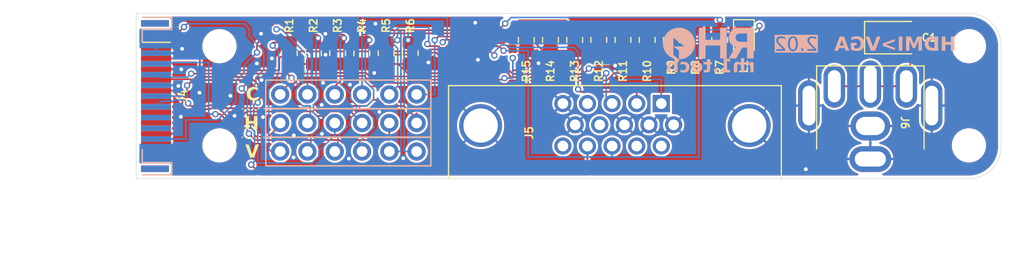
<source format=kicad_pcb>
(kicad_pcb (version 20241229) (generator "pcbnew") (generator_version "9.0")
  (title_block (title "HDMI to VGA Passive Adapter") (date "2025-04-01") (rev "2.02") (company "Mikhail Matveev") (comment 1 "https://github.com/xtremespb/frank"))
  (layers (0 "F.Cu" signal) (2 "B.Cu" signal) (13 "F.Paste" user) (15 "B.Paste" user) (5 "F.SilkS" user "F.Silkscreen") (7 "B.SilkS" user "B.Silkscreen") (1 "F.Mask" user) (3 "B.Mask" user) (25 "Edge.Cuts" user))
  (net 0 "")
  (net 1 "GND")
  (net 2 "/HDMI/CLKP")
  (net 3 "/HDMI/D0P")
  (net 4 "/HDMI/D1P")
  (net 5 "/HDMI/VBUS")
  (net 6 "/HDMI/D0N")
  (net 7 "/HDMI/CLKN")
  (net 8 "/HDMI/D2P")
  (net 9 "/HDMI/D1N")
  (net 10 "/VGA/VGA_BH")
  (net 11 "/VGA/VGA_GH")
  (net 12 "/VGA/VGA_RH")
  (net 23 "Net-(L1-A)")
  (net 24 "/Soft Composite/CVBS")
  (net 25 "Net-(C1-Pad1)")
  (net 26 "Net-(J2-Pin_2)")
  (net 27 "Net-(J2-Pin_4)")
  (net 28 "Net-(J2-Pin_3)")
  (net 29 "Net-(J2-Pin_5)")
  (net 30 "Net-(J2-Pin_1)")
  (net 31 "Net-(J2-Pin_6)")
  (net 32 "/HDMI/D2N")
  (net 33 "/Soft Composite/CLKP")
  (net 34 "/Soft Composite/CLKN")
  (net 35 "/Soft Composite/D1N")
  (net 36 "/Soft Composite/D1P")
  (net 37 "/Soft Composite/D0N")
  (net 38 "/Soft Composite/D0P")
  (footprint "FRANK:Mounting Hole (2.7mm)" (layer "F.Cu") (at 215.75 61.25)
    (property "Reference" "H3" (hide yes))
    (property "Value" "MountingHole")
  )
  (footprint "FRANK:Resistor (0805)" (layer "F.Cu") (at 190.305 60.665 -90)
    (property "Reference" "R8")
    (property "Value" "510R")
  )
  (footprint "FRANK:Resistor (0805)" (layer "F.Cu") (at 185.805 60.665 -90)
    (property "Reference" "R10")
    (property "Value" "150R")
  )
  (footprint "FRANK:Resistor (0805)" (layer "F.Cu") (at 152.5 61.91 -90)
    (property "Reference" "R1")
    (property "Value" "820R")
  )
  (footprint "FRANK:D-SUB (15 pin, female)" (layer "F.Cu") (at 187.12 66.6)
    (property "Reference" "J5")
    (property "Value" "VGA")
  )
  (footprint "FRANK:Resistor (0805)" (layer "F.Cu") (at 183.555 60.665 90)
    (property "Reference" "R11")
    (property "Value" "150R")
  )
  (footprint "FRANK:Resistor (0805)" (layer "F.Cu") (at 181.305 60.665 -90)
    (property "Reference" "R12")
    (property "Value" "150R")
  )
  (footprint "FRANK:Resistor (0805)" (layer "F.Cu") (at 174.555 60.665 90)
    (property "Reference" "R15")
    (property "Value" "300R")
  )
  (footprint "FRANK:LED (0805)" (layer "F.Cu") (at 194.805 60.64 -90)
    (property "Reference" "L1")
    (property "Value" "HDMI LED")
  )
  (footprint "FRANK:Resistor (0805)" (layer "F.Cu") (at 154.75 61.91 -90)
    (property "Reference" "R2")
    (property "Value" "0R")
  )
  (footprint "FRANK:HDMI (male)" (layer "F.Cu") (at 140.1 65.9 -90)
    (property "Reference" "J4")
    (property "Value" "HDMI" (hide yes))
  )
  (footprint "FRANK:Resistor (0805)" (layer "F.Cu") (at 159.25 61.91 -90)
    (property "Reference" "R4")
    (property "Value" "0R")
  )
  (footprint "FRANK:Pin Header (1x06)" (layer "F.Cu") (at 151.65 71.07 90)
    (property "Reference" "J2" (hide yes))
    (property "Value" "VGA" (hide yes))
  )
  (footprint "FRANK:Mounting Hole (2.7mm)" (layer "F.Cu") (at 146 70.5)
    (property "Reference" "H2" (hide yes))
    (property "Value" "MountingHole")
  )
  (footprint "FRANK:Resistor (0805)" (layer "F.Cu") (at 188.055 60.665 90)
    (property "Reference" "R9")
    (property "Value" "51R*")
  )
  (footprint "FRANK:Resistor (0805)" (layer "F.Cu") (at 163.75 61.91 -90)
    (property "Reference" "R6")
    (property "Value" "0R")
  )
  (footprint "FRANK:Mounting Hole (2.7mm)" (layer "F.Cu") (at 215.75 70.5)
    (property "Reference" "H4" (hide yes))
    (property "Value" "MountingHole")
  )
  (footprint "FRANK:Mounting Hole (2.7mm)" (layer "F.Cu") (at 146 61.25)
    (property "Reference" "H1" (hide yes))
    (property "Value" "MountingHole")
  )
  (footprint "FRANK:Resistor (0805)" (layer "F.Cu") (at 176.805 60.665 -90)
    (property "Reference" "R14")
    (property "Value" "150R")
  )
  (footprint "FRANK:Capacitor (3528, tantalum, polar)" (layer "F.Cu") (at 208.671 60.457)
    (property "Reference" "C1")
    (property "Value" "220u")
  )
  (footprint "FRANK:Resistor (0805)" (layer "F.Cu") (at 179.055 60.665 90)
    (property "Reference" "R13")
    (property "Value" "150R")
  )
  (footprint "FRANK:Pin Header (1x06)" (layer "F.Cu") (at 164.35 65.75 -90)
    (property "Reference" "J3" (hide yes))
    (property "Value" "Composite" (hide yes))
  )
  (footprint "FRANK:Resistor (0805)" (layer "F.Cu") (at 192.555 60.665 -90)
    (property "Reference" "R7")
    (property "Value" "1K")
  )
  (footprint "FRANK:Resistor (0805)" (layer "F.Cu") (at 161.51 61.91 -90)
    (property "Reference" "R5")
    (property "Value" "820R")
  )
  (footprint "FRANK:RCA" (layer "F.Cu") (at 206.575 68.089 180)
    (property "Reference" "J6" (hide yes))
    (property "Value" "VIDEO (Soft Composite)" (hide yes))
  )
  (footprint "FRANK:Resistor (0805)" (layer "F.Cu") (at 157 61.91 -90)
    (property "Reference" "R3")
    (property "Value" "820R")
  )
  (footprint "FRANK:Pin Header (1x06)" (layer "F.Cu") (at 164.35 68.41 -90)
    (property "Reference" "J1" (hide yes))
    (property "Value" "HDMI" (hide yes))
  )
  (gr_line (start 150.17 67.08) (end 147.85 67.08) (stroke (width 0.12) (type dot)) (layer "F.SilkS"))
  (gr_line (start 150.16 69.74) (end 147.84 69.74) (stroke (width 0.12) (type dot)) (layer "F.SilkS"))
  (gr_poly (pts (xy 188.766443 61.672104) (xy 188.766443 61.270996) (xy 188.249447 61.270996)) (stroke (width -0.000001)) (fill yes) (layer "B.SilkS"))
  (gr_poly (pts (xy 192.594435 60.653987) (xy 191.239239 60.653987) (xy 191.239239 59.526862) (xy 190.624347 59.526862) (xy 190.624347 62.396004) (xy 191.239239 62.396534) (xy 191.239239 61.19215) (xy 192.594434 61.19215) (xy 192.594434 62.396534) (xy 193.205622 62.396534) (xy 193.205622 59.526862) (xy 192.594435 59.526862)) (stroke (width -0.000001)) (fill yes) (layer "B.SilkS"))
  (gr_poly (pts (xy 194.316 59.528) (xy 194.262007 59.531384) (xy 194.209422 59.536969) (xy 194.158268 59.544708) (xy 194.108571 59.554557) (xy 194.060355 59.56647) (xy 194.013645 59.580402) (xy 193.968465 59.596307) (xy 193.92484 59.61414) (xy 193.882794 59.633855) (xy 193.842353 59.655407) (xy 193.80354 59.678751) (xy 193.766381 59.703841) (xy 193.7309 59.730631) (xy 193.697122 59.759076) (xy 193.665071 59.789131) (xy 193.634771 59.82075) (xy 193.606248 59.853888) (xy 193.579526 59.888499) (xy 193.55463 59.924539) (xy 193.531584 59.961961) (xy 193.510413 60.000719) (xy 193.491141 60.04077) (xy 193.473794 60.082066) (xy 193.458395 60.124563) (xy 193.444969 60.168216) (xy 193.433542 60.212978) (xy 193.424137 60.258805) (xy 193.416779 60.30565) (xy 193.411493 60.353469) (xy 193.408303 60.402217) (xy 193.407234 60.451846) (xy 193.408155 60.49873) (xy 193.410876 60.544234) (xy 193.415339 60.588367) (xy 193.421484 60.631135) (xy 193.429251 60.672546) (xy 193.438583 60.712606) (xy 193.449418 60.751322) (xy 193.461697 60.788702) (xy 193.475362 60.824752) (xy 193.490353 60.859481) (xy 193.50661 60.892894) (xy 193.524074 60.924998) (xy 193.542685 60.955802) (xy 193.562385 60.985312) (xy 193.604812 61.040478) (xy 193.650879 61.090552) (xy 193.700111 61.135592) (xy 193.752032 61.175654) (xy 193.806168 61.210795) (xy 193.862044 61.241071) (xy 193.919183 61.266538) (xy 193.977112 61.287254) (xy 194.035355 61.303275) (xy 193.390301 62.396004) (xy 194.089859 62.396534) (xy 194.655009 61.378946) (xy 195.102684 61.378946) (xy 195.102684 62.398649) (xy 195.713342 62.398649) (xy 195.713342 60.839195) (xy 195.102684 60.839195) (xy 194.460276 60.839195) (xy 194.437582 60.838763) (xy 194.415255 60.837473) (xy 194.393319 60.835336) (xy 194.371796 60.832362) (xy 194.350711 60.828563) (xy 194.330085 60.823948) (xy 194.309942 60.818529) (xy 194.290306 60.812315) (xy 194.271199 60.805318) (xy 194.252644 60.797547) (xy 194.234666 60.789014) (xy 194.217286 60.779729) (xy 194.200528 60.769702) (xy 194.184416 60.758945) (xy 194.168972 60.747467) (xy 194.154219 60.73528) (xy 194.140181 60.722394) (xy 194.126881 60.708818) (xy 194.114342 60.694565) (xy 194.102587 60.679644) (xy 194.091639 60.664067) (xy 194.081522 60.647842) (xy 194.072259 60.630983) (xy 194.063872 60.613497) (xy 194.056385 60.595398) (xy 194.049822 60.576694) (xy 194.044204 60.557396) (xy 194.039556 60.537515) (xy 194.035901 60.517062) (xy 194.033261 60.496048) (xy 194.03166 60.474481) (xy 194.031122 60.452374) (xy 194.029534 60.452376) (xy 194.030073 60.430035) (xy 194.031674 60.408261) (xy 194.034314 60.387064) (xy 194.037971 60.366452) (xy 194.042621 60.346437) (xy 194.048241 60.327025) (xy 194.054809 60.308228) (xy 194.062301 60.290054) (xy 194.070695 60.272512) (xy 194.079967 60.255613) (xy 194.090095 60.239364) (xy 194.101055 60.223776) (xy 194.112826 60.208857) (xy 194.125382 60.194618) (xy 194.138703 60.181067) (xy 194.152764 60.168213) (xy 194.167543 60.156067) (xy 194.183017 60.144636) (xy 194.199162 60.133932) (xy 194.215957 60.123962) (xy 194.233377 60.114736) (xy 194.251401 60.106263) (xy 194.270004 60.098554) (xy 194.289165 60.091616) (xy 194.30886 60.08546) (xy 194.329065 60.080094) (xy 194.349759 60.075529) (xy 194.370918 60.071772) (xy 194.392519 60.068835) (xy 194.41454 60.066725) (xy 194.436957 60.065452) (xy 194.459747 60.065026) (xy 195.102684 60.065026) (xy 195.102684 60.839195) (xy 195.713342 60.839195) (xy 195.713342 59.526862) (xy 194.371375 59.526862)) (stroke (width -0.000001)) (fill yes) (layer "B.SilkS"))
  (gr_poly (pts (xy 188.766443 62.030879) (xy 188.766443 62.474851) (xy 188.816908 62.474094) (xy 188.86722 62.471649) (xy 188.917338 62.467527) (xy 188.96722 62.46174) (xy 189.016827 62.454297) (xy 189.066117 62.44521) (xy 189.11505 62.43449) (xy 189.163586 62.422149) (xy 189.211683 62.408196) (xy 189.259301 62.392644) (xy 189.3064 62.375504) (xy 189.352938 62.356786) (xy 189.398876 62.336501) (xy 189.444172 62.314661) (xy 189.488786 62.291277) (xy 189.532678 62.266359) (xy 188.766443 61.671575)) (stroke (width -0.000001)) (fill yes) (layer "B.SilkS"))
  (gr_poly (pts (xy 188.692738 59.53121) (xy 188.619516 59.536017) (xy 188.546888 59.544406) (xy 188.474976 59.556328) (xy 188.403903 59.571734) (xy 188.333792 59.590574) (xy 188.264765 59.612798) (xy 188.196947 59.638357) (xy 188.130458 59.6672) (xy 188.065423 59.699277) (xy 188.001964 59.73454) (xy 187.940204 59.772938) (xy 187.880266 59.814422) (xy 187.822273 59.858941) (xy 187.766347 59.906446) (xy 187.712611 59.956888) (xy 187.661448 60.009936) (xy 187.613191 60.065215) (xy 187.567891 60.122601) (xy 187.525601 60.181973) (xy 187.486372 60.243208) (xy 187.450254 60.306184) (xy 187.4173 60.370778) (xy 187.38756 60.43687) (xy 187.361087 60.504336) (xy 187.337932 60.573055) (xy 187.318145 60.642904) (xy 187.301779 60.713761) (xy 187.288885 60.785503) (xy 187.279514 60.858009) (xy 187.273718 60.931157) (xy 187.271548 61.004824) (xy 187.274075 61.089746) (xy 187.281466 61.173874) (xy 187.293631 61.257021) (xy 187.310479 61.339005) (xy 187.331917 61.41964) (xy 187.357855 61.498741) (xy 187.388201 61.576124) (xy 187.422864 61.651604) (xy 187.461754 61.724995) (xy 187.504777 61.796114) (xy 187.551844 61.864776) (xy 187.602864 61.930796) (xy 187.657743 61.993989) (xy 187.716393 62.05417) (xy 187.77872 62.111155) (xy 187.844635 62.164758) (xy 187.891016 62.199189) (xy 187.93864 62.231764) (xy 187.987452 62.26245) (xy 188.037393 62.291219) (xy 188.088409 62.318037) (xy 188.140441 62.342874) (xy 188.193434 62.365698) (xy 188.24733 62.386479) (xy 188.314534 62.439396) (xy 188.764325 62.788117) (xy 188.764325 62.477496) (xy 188.764325 62.476437) (xy 188.467463 62.246778) (xy 188.314534 62.127716) (xy 188.24733 62.074799) (xy 188.24733 60.469838) (xy 188.764325 60.870417) (xy 189.206707 61.213846) (xy 189.282378 61.272583) (xy 188.764324 61.272583) (xy 189.651735 61.960499) (xy 189.694598 61.993837) (xy 189.651735 61.961029) (xy 189.582415 61.908112) (xy 188.764324 61.273112) (xy 188.764324 61.671571) (xy 189.530558 62.266354) (xy 189.544258 62.258409) (xy 189.557611 62.250414) (xy 189.570667 62.242319) (xy 189.583474 62.234076) (xy 189.611529 62.215631) (xy 189.639148 62.196563) (xy 189.666321 62.17688) (xy 189.693038 62.156589) (xy 189.719289 62.135698) (xy 189.745063 62.114215) (xy 189.77035 62.092148) (xy 189.795141 62.069506) (xy 189.795141 62.069504) (xy 189.819975 62.045667) (xy 189.844226 62.021283) (xy 189.867886 61.996363) (xy 189.890946 61.970919) (xy 189.913398 61.944962) (xy 189.935234 61.918503) (xy 189.956445 61.891554) (xy 189.977024 61.864126) (xy 189.996961 61.83623) (xy 190.016249 61.807878) (xy 190.03488 61.779081) (xy 190.052845 61.74985) (xy 190.070136 61.720196) (xy 190.086745 61.690131) (xy 190.102663 61.659667) (xy 190.117883 61.628814) (xy 190.134835 61.591945) (xy 190.15073 61.554668) (xy 190.165561 61.517006) (xy 190.179323 61.478981) (xy 190.192011 61.440617) (xy 190.20362 61.401935) (xy 190.214145 61.36296) (xy 190.223581 61.323713) (xy 190.231922 61.284218) (xy 190.239162 61.244497) (xy 190.245298 61.204573) (xy 190.250324 61.164469) (xy 190.254234 61.124207) (xy 190.257024 61.083811) (xy 190.258688 61.043304) (xy 190.259221 61.002707) (xy 190.256952 60.929178) (xy 190.251071 60.85617) (xy 190.241629 60.783806) (xy 190.228678 60.712206) (xy 190.212268 60.641493) (xy 190.19245 60.571788) (xy 190.169277 60.503212) (xy 190.142799 60.435886) (xy 190.113067 60.369933) (xy 190.080134 60.305473) (xy 190.044048 60.242629) (xy 190.004864 60.181521) (xy 189.96263 60.122271) (xy 189.917399 60.065001) (xy 189.869222 60.009831) (xy 189.81815 59.956884) (xy 189.764515 59.906535) (xy 189.708697 59.859111) (xy 189.650819 59.814661) (xy 189.591002 59.773235) (xy 189.529368 59.734882) (xy 189.46604 59.699653) (xy 189.40114 59.667596) (xy 189.33479 59.638762) (xy 189.267112 59.613199) (xy 189.198228 59.590958) (xy 189.12826 59.572088) (xy 189.057331 59.556638) (xy 188.985563 59.544659) (xy 188.913077 59.536199) (xy 188.839996 59.531309) (xy 188.766443 59.530037) (xy 188.76643 59.530037)) (stroke (width -0.000001)) (fill yes) (layer "B.SilkS"))
  (gr_arc (start 218.75 70.6) (mid 217.87132 72.72132) (end 215.75 73.6) (stroke (width 0.05)) (layer "Edge.Cuts"))
  (gr_line (start 218.75 70.6) (end 218.75 61.2) (stroke (width 0.05)) (layer "Edge.Cuts"))
  (gr_line (start 138.25 58.2) (end 138.25 73.6) (stroke (width 0.05)) (layer "Edge.Cuts"))
  (gr_line (start 138.25 58.2) (end 215.75 58.2) (stroke (width 0.05)) (layer "Edge.Cuts"))
  (gr_line (start 138.25 73.6) (end 215.75 73.6) (stroke (width 0.05)) (layer "Edge.Cuts"))
  (gr_arc (start 215.75 58.2) (mid 217.87132 59.07868) (end 218.75 61.2) (stroke (width 0.05)) (layer "Edge.Cuts"))
  (gr_text "C" (at 149.69 66.493 0) (layer "F.SilkS") (effects (font (size 1.2 1.2) (thickness 0.3) (bold yes)) (justify right bottom)))
  (gr_text "V" (at 149.69 71.835 0) (layer "F.SilkS") (effects (font (size 1.2 1.2) (thickness 0.3) (bold yes)) (justify right bottom)))
  (gr_text "H" (at 149.69 69.187 0) (layer "F.SilkS") (effects (font (size 1.2 1.2) (thickness 0.3) (bold yes)) (justify right bottom)))
  (gr_text "rh1.tech" (at 195.855 63.903 0) (layer "B.SilkS") (effects (font (size 1.255 1.255) (thickness 0.3) (bold yes)) (justify left bottom mirror)))
  (gr_text "2.02" (at 199.656 61.902 0) (layer "B.SilkS" knockout) (effects (font (size 1.3 1.3) (thickness 0.1625)) (justify bottom mirror)))
  (gr_text "HDMI>VGA" (at 203.218 61.896 0) (layer "B.SilkS") (effects (font (size 1.3 1.3) (thickness 0.3) (bold yes)) (justify right bottom mirror)))
  (via (at 155.869534 62.047845) (size 0.6) (drill 0.35) (layers "F.Cu" "B.Cu") (net 1))
  (via (at 158.140432 64.845576) (size 0.6) (drill 0.35) (layers "F.Cu" "B.Cu") (net 1))
  (via (at 158.040224 71.734146) (size 0.6) (drill 0.35) (layers "F.Cu" "B.Cu") (net 1))
  (via (at 142.522973 61.495234) (size 0.6) (drill 0.35) (layers "F.Cu" "B.Cu") (net 1))
  (via (at 160.880915 67.378059) (size 0.6) (drill 0.35) (layers "F.Cu" "B.Cu") (net 1))
  (via (at 149.91407 64.403054) (size 0.6) (drill 0.35) (layers "F.Cu" "B.Cu") (net 1))
  (via (at 149.473133 62.867102) (size 0.6) (drill 0.35) (layers "F.Cu" "B.Cu") (net 1))
  (via (at 147.013619 65.873912) (size 0.6) (drill 0.35) (layers "F.Cu" "B.Cu") (net 1))
  (via (at 142.448562 63.40468) (size 0.6) (drill 0.35) (layers "F.Cu" "B.Cu") (net 1))
  (via (at 149.874357 60.086658) (size 0.6) (drill 0.35) (layers "F.Cu" "B.Cu") (net 1))
  (via (at 155.636305 64.665908) (size 0.6) (drill 0.35) (layers "F.Cu" "B.Cu") (net 1))
  (via (at 152.92307 69.559356) (size 0.6) (drill 0.35) (layers "F.Cu" "B.Cu") (net 1))
  (via (at 152.894642 71.620432) (size 0.6) (drill 0.35) (layers "F.Cu" "B.Cu") (net 1))
  (via (at 155.53613 69.418059) (size 0.6) (drill 0.35) (layers "F.Cu" "B.Cu") (net 1))
  (via (at 165.444 62.769) (size 0.6) (drill 0.35) (layers "F.Cu" "B.Cu") (net 1))
  (via (at 182.828241 63.05628) (size 0.6) (drill 0.35) (layers "F.Cu" "B.Cu") (net 1))
  (via (at 170.052 62.518) (size 0.6) (drill 0.35) (layers "F.Cu" "B.Cu") (net 1))
  (via (at 144.134719 65.591255) (size 0.6) (drill 0.35) (layers "F.Cu" "B.Cu") (net 1))
  (via (at 160.516069 59.150556) (size 0.6) (drill 0.35) (layers "F.Cu" "B.Cu") (net 1))
  (via (at 142.402215 67.83084) (size 0.6) (drill 0.35) (layers "F.Cu" "B.Cu") (net 1))
  (via (at 169.801 59.063) (size 0.6) (drill 0.35) (layers "F.Cu" "B.Cu") (net 1))
  (via (at 147.400436 67.74116) (size 0.6) (drill 0.35) (layers "F.Cu" "B.Cu") (net 1))
  (via (at 163.10461 71.701588) (size 0.6) (drill 0.35) (layers "F.Cu" "B.Cu") (net 1))
  (via (at 160.410074 63.750741) (size 0.6) (drill 0.35) (layers "F.Cu" "B.Cu") (net 1))
  (via (at 155.857024 60.095833) (size 0.6) (drill 0.35) (layers "F.Cu" "B.Cu") (net 1))
  (via (at 142.173313 64.9537) (size 0.6) (drill 0.35) (layers "F.Cu" "B.Cu") (net 1))
  (via (at 175.69907 62.835013) (size 0.6) (drill 0.35) (layers "F.Cu" "B.Cu") (net 1))
  (via (at 200.57 72.719) (size 0.6) (drill 0.35) (layers "F.Cu" "B.Cu") (net 1))
  (via (at 155.515414 66.728838) (size 0.6) (drill 0.35) (layers "F.Cu" "B.Cu") (net 1))
  (via (at 150.876674 62.386677) (size 0.6) (drill 0.35) (layers "F.Cu" "B.Cu") (net 1))
  (via (at 150.049 67.859) (size 0.6) (drill 0.35) (layers "F.Cu" "B.Cu") (net 1))
  (segment (start 148.5942 64.4094) (end 143.937555 64.4094) (width 0.15) (layer "F.Cu") (net 2))
  (segment (start 148.5942 64.657919) (end 148.5942 64.4094) (width 0.15) (layer "F.Cu") (net 2))
  (segment (start 152.095694 69.994) (end 152.351694 70.25) (width 0.15) (layer "F.Cu") (net 2))
  (segment (start 161.81 69.994) (end 161.81 68.41) (width 0.15) (layer "F.Cu") (net 2))
  (segment (start 149.321223 69.994) (end 152.095694 69.994) (width 0.15) (layer "F.Cu") (net 2))
  (segment (start 158.824306 69.994) (end 161.81 69.994) (width 0.15) (layer "F.Cu") (net 2))
  (segment (start 143.937555 64.4094) (end 143.712555 64.6344) (width 0.15) (layer "F.Cu") (net 2))
  (segment (start 143.712555 64.6344) (end 143.2666 64.6344) (width 0.15) (layer "F.Cu") (net 2))
  (segment (start 152.351694 70.25) (end 153.488306 70.25) (width 0.15) (layer "F.Cu") (net 2))
  (segment (start 153.488306 70.25) (end 153.744306 69.994) (width 0.15) (layer "F.Cu") (net 2))
  (segment (start 143.2666 64.6344) (end 142.9845 64.9165) (width 0.15) (layer "F.Cu") (net 2))
  (segment (start 148.7396 69.412377) (end 149.321223 69.994) (width 0.15) (layer "F.Cu") (net 2))
  (segment (start 157.431694 70.25) (end 158.568306 70.25) (width 0.15) (layer "F.Cu") (net 2))
  (segment (start 148.064619 65.1875) (end 148.5942 64.657919) (width 0.15) (layer "F.Cu") (net 2))
  (segment (start 158.568306 70.25) (end 158.824306 69.994) (width 0.15) (layer "F.Cu") (net 2))
  (segment (start 153.744306 69.994) (end 157.175694 69.994) (width 0.15) (layer "F.Cu") (net 2))
  (segment (start 157.175694 69.994) (end 157.431694 70.25) (width 0.15) (layer "F.Cu") (net 2))
  (via (at 148.7396 69.412377) (size 0.6) (drill 0.35) (layers "F.Cu" "B.Cu") (net 2))
  (via (at 142.9845 64.9165) (size 0.6) (drill 0.35) (layers "F.Cu" "B.Cu") (net 2))
  (via (at 148.064619 65.1875) (size 0.6) (drill 0.35) (layers "F.Cu" "B.Cu") (net 2))
  (segment (start 142.9845 65.9) (end 142.9845 64.9165) (width 0.15) (layer "B.Cu") (net 2))
  (segment (start 140.1 65.9) (end 142.9845 65.9) (width 0.15) (layer "B.Cu") (net 2))
  (segment (start 148.5942 65.717081) (end 148.5942 69.266977) (width 0.15) (layer "B.Cu") (net 2))
  (segment (start 148.5942 69.266977) (end 148.7396 69.412377) (width 0.15) (layer "B.Cu") (net 2))
  (segment (start 148.064619 65.1875) (end 148.5942 65.717081) (width 0.15) (layer "B.Cu") (net 2))
  (segment (start 149.5656 66.508) (end 149.5656 66.3258) (width 0.15) (layer "F.Cu") (net 3))
  (segment (start 143.587877 64.3334) (end 140.1666 64.3334) (width 0.15) (layer "F.Cu") (net 3))
  (segment (start 149.957886 65.933514) (end 149.957886 65.190747) (width 0.15) (layer "F.Cu") (net 3))
  (segment (start 148.875539 64.1084) (end 143.812877 64.1084) (width 0.15) (layer "F.Cu") (net 3))
  (segment (start 143.812877 64.1084) (end 143.587877 64.3334) (width 0.15) (layer "F.Cu") (net 3))
  (segment (start 149.957886 65.190747) (end 148.875539 64.1084) (width 0.15) (layer "F.Cu") (net 3))
  (segment (start 149.5656 66.3258) (end 149.957886 65.933514) (width 0.15) (layer "F.Cu") (net 3))
  (via (at 149.5656 66.508) (size 0.6) (drill 0.35) (layers "F.Cu" "B.Cu") (net 3))
  (segment (start 149.1962 68.699422) (end 149.5656 69.068822) (width 0.15) (layer "B.Cu") (net 3))
  (segment (start 149.1962 66.6952) (end 149.1962 68.699422) (width 0.15) (layer "B.Cu") (net 3))
  (segment (start 154.25 72.146) (end 154.635694 72.146) (width 0.15) (layer "B.Cu") (net 3))
  (segment (start 155.266 71.012306) (end 156.73 69.548306) (width 0.15) (layer "B.Cu") (net 3))
  (segment (start 156.73 69.548306) (end 156.73 68.41) (width 0.15) (layer "B.Cu") (net 3))
  (segment (start 155.266 71.515694) (end 155.266 71.012306) (width 0.15) (layer "B.Cu") (net 3))
  (segment (start 154.2493 72.1467) (end 154.25 72.146) (width 0.15) (layer "B.Cu") (net 3))
  (segment (start 154.635694 72.146) (end 155.266 71.515694) (width 0.15) (layer "B.Cu") (net 3))
  (segment (start 149.605322 72.1467) (end 154.2493 72.1467) (width 0.15) (layer "B.Cu") (net 3))
  (segment (start 149.5656 72.106978) (end 149.605322 72.1467) (width 0.15) (layer "B.Cu") (net 3))
  (segment (start 149.5656 66.508) (end 149.3834 66.508) (width 0.15) (layer "B.Cu") (net 3))
  (segment (start 149.3834 66.508) (end 149.1962 66.6952) (width 0.15) (layer "B.Cu") (net 3))
  (segment (start 149.5656 69.068822) (end 149.5656 72.106978) (width 0.15) (layer "B.Cu") (net 3))
  (segment (start 149.2656 69.512699) (end 149.445901 69.693) (width 0.15) (layer "F.Cu") (net 4))
  (segment (start 150.557 69.693) (end 151.65 68.6) (width 0.15) (layer "F.Cu") (net 4))
  (segment (start 145.6223 67.5897) (end 146.079421 67.5897) (width 0.15) (layer "F.Cu") (net 4))
  (segment (start 149.2656 69.1945) (end 149.2656 69.512699) (width 0.15) (layer "F.Cu") (net 4))
  (segment (start 149.445901 69.693) (end 150.557 69.693) (width 0.15) (layer "F.Cu") (net 4))
  (segment (start 147.376098 68.886377) (end 148.957477 68.886377) (width 0.15) (layer "F.Cu") (net 4))
  (segment (start 148.957477 68.886377) (end 149.2656 69.1945) (width 0.15) (layer "F.Cu") (net 4))
  (segment (start 146.079421 67.5897) (end 147.376098 68.886377) (width 0.15) (layer "F.Cu") (net 4))
  (via (at 145.6223 67.5897) (size 0.6) (drill 0.35) (layers "F.Cu" "B.Cu") (net 4))
  (segment (start 140.221007 62.778993) (end 145 62.778993) (width 0.15) (layer "B.Cu") (net 4))
  (segment (start 145 62.778993) (end 145 67.5897) (width 0.15) (layer "B.Cu") (net 4))
  (segment (start 145 67.5897) (end 145.6223 67.5897) (width 0.15) (layer "B.Cu") (net 4))
  (segment (start 154.939811 59.268833) (end 159.521661 59.268833) (width 0.15) (layer "F.Cu") (net 5))
  (segment (start 149.49416 61.00584) (end 149.887342 60.612658) (width 0.15) (layer "F.Cu") (net 5))
  (segment (start 150.092234 60.612658) (end 150.781925 59.922967) (width 0.15) (layer "F.Cu") (net 5))
  (segment (start 150.781925 59.922967) (end 150.781925 59.451743) (width 0.15) (layer "F.Cu") (net 5))
  (segment (start 160.007828 59.755) (end 171.973 59.755) (width 0.15) (layer "F.Cu") (net 5))
  (segment (start 149.49416 61.831948) (end 149.49416 61.00584) (width 0.15) (layer "F.Cu") (net 5))
  (segment (start 152.224778 59.699) (end 154.509644 59.699) (width 0.15) (layer "F.Cu") (net 5))
  (segment (start 151.669398 59.14362) (end 152.224778 59.699) (width 0.15) (layer "F.Cu") (net 5))
  (segment (start 171.973 59.755) (end 172.591 59.137) (width 0.15) (layer "F.Cu") (net 5))
  (segment (start 154.509644 59.699) (end 154.939811 59.268833) (width 0.15) (layer "F.Cu") (net 5))
  (segment (start 149.887342 60.612658) (end 150.092234 60.612658) (width 0.15) (layer "F.Cu") (net 5))
  (segment (start 159.521661 59.268833) (end 160.007828 59.755) (width 0.15) (layer "F.Cu") (net 5))
  (segment (start 150.781925 59.451743) (end 151.090048 59.14362) (width 0.15) (layer "F.Cu") (net 5))
  (segment (start 151.090048 59.14362) (end 151.669398 59.14362) (width 0.15) (layer "F.Cu") (net 5))
  (via (at 192.574 58.8) (size 0.6) (drill 0.35) (layers "F.Cu" "B.Cu") (net 5))
  (via (at 172.591 59.137) (size 0.6) (drill 0.35) (layers "F.Cu" "B.Cu") (net 5))
  (via (at 149.49416 61.831948) (size 0.6) (drill 0.35) (layers "F.Cu" "B.Cu") (net 5))
  (segment (start 173.152 58.576) (end 192.35 58.576) (width 0.15) (layer "B.Cu") (net 5))
  (segment (start 142.8754 69.9) (end 140.1 69.9) (width 0.15) (layer "B.Cu") (net 5))
  (segment (start 145.840177 68.1157) (end 142.889568 68.1157) (width 0.15) (layer "B.Cu") (net 5))
  (segment (start 142.889568 68.1157) (end 142.8754 68.129868) (width 0.15) (layer "B.Cu") (net 5))
  (segment (start 147.539619 66.416258) (end 145.840177 68.1157) (width 0.15) (layer "B.Cu") (net 5))
  (segment (start 142.8754 68.129868) (end 142.8754 69.9) (width 0.15) (layer "B.Cu") (net 5))
  (segment (start 192.35 58.576) (end 192.574 58.8) (width 0.15) (layer "B.Cu") (net 5))
  (segment (start 148.2844 63.041708) (end 148.2844 63.7156) (width 0.15) (layer "B.Cu") (net 5))
  (segment (start 172.591 59.137) (end 173.152 58.576) (width 0.15) (layer "B.Cu") (net 5))
  (segment (start 147.539619 64.460381) (end 147.539619 66.416258) (width 0.15) (layer "B.Cu") (net 5))
  (segment (start 149.49416 61.831948) (end 148.2844 63.041708) (width 0.15) (layer "B.Cu") (net 5))
  (segment (start 148.2844 63.7156) (end 147.539619 64.460381) (width 0.15) (layer "B.Cu") (net 5))
  (segment (start 156.284306 67.334) (end 155.868306 67.75) (width 0.15) (layer "F.Cu") (net 6))
  (segment (start 148.551473 67.334) (end 147.618313 68.26716) (width 0.15) (layer "F.Cu") (net 6))
  (segment (start 142.5524 66.796877) (end 142.5524 66.3024) (width 0.15) (layer "F.Cu") (net 6))
  (segment (start 145.0956 67.063) (end 145.0956 67.1288) (width 0.15) (layer "F.Cu") (net 6))
  (segment (start 145.978399 67.063) (end 145.0956 67.063) (width 0.15) (layer "F.Cu") (net 6))
  (segment (start 142.884323 67.1288) (end 142.5524 66.796877) (width 0.15) (layer "F.Cu") (net 6))
  (segment (start 155.051694 67.75) (end 154.635694 67.334) (width 0.15) (layer "F.Cu") (net 6))
  (segment (start 147.618313 68.26716) (end 147.182559 68.26716) (width 0.15) (layer "F.Cu") (net 6))
  (segment (start 142.5524 66.3024) (end 141.65 65.4) (width 0.15) (layer "F.Cu") (net 6))
  (segment (start 159.27 68.41) (end 158.194 67.334) (width 0.15) (layer "F.Cu") (net 6))
  (segment (start 158.194 67.334) (end 156.284306 67.334) (width 0.15) (layer "F.Cu") (net 6))
  (segment (start 155.868306 67.75) (end 155.051694 67.75) (width 0.15) (layer "F.Cu") (net 6))
  (segment (start 147.182559 68.26716) (end 145.978399 67.063) (width 0.15) (layer "F.Cu") (net 6))
  (segment (start 154.635694 67.334) (end 148.551473 67.334) (width 0.15) (layer "F.Cu") (net 6))
  (segment (start 145.0956 67.1288) (end 142.884323 67.1288) (width 0.15) (layer "F.Cu") (net 6))
  (segment (start 141.65 65.4) (end 140.1 65.4) (width 0.15) (layer "F.Cu") (net 6))
  (segment (start 164.35 68.41) (end 164.35 67.5) (width 0.15) (layer "F.Cu") (net 7))
  (segment (start 146.544678 67.033) (end 146.273678 66.762) (width 0.15) (layer "F.Cu") (net 7))
  (segment (start 163.176 66.826) (end 161.364306 66.826) (width 0.15) (layer "F.Cu") (net 7))
  (segment (start 144.970922 66.762) (end 144.905122 66.8278) (width 0.15) (layer "F.Cu") (net 7))
  (segment (start 155.743628 67.449) (end 155.176372 67.449) (width 0.15) (layer "F.Cu") (net 7))
  (segment (start 164.1 67.75) (end 163.176 66.826) (width 0.15) (layer "F.Cu") (net 7))
  (segment (start 160.788306 66.25) (end 160.291694 66.25) (width 0.15) (layer "F.Cu") (net 7))
  (segment (start 156.366628 66.826) (end 155.743628 67.449) (width 0.15) (layer "F.Cu") (net 7))
  (segment (start 146.273678 66.762) (end 144.970922 66.762) (width 0.15) (layer "F.Cu") (net 7))
  (segment (start 155.176372 67.449) (end 154.760372 67.033) (width 0.15) (layer "F.Cu") (net 7))
  (segment (start 143.3272 66.8278) (end 143.0784 66.579) (width 0.15) (layer "F.Cu") (net 7))
  (segment (start 144.905122 66.8278) (end 143.3272 66.8278) (width 0.15) (layer "F.Cu") (net 7))
  (segment (start 164.35 67.5) (end 164.1 67.75) (width 0.15) (layer "F.Cu") (net 7))
  (segment (start 159.715694 66.826) (end 156.366628 66.826) (width 0.15) (layer "F.Cu") (net 7))
  (segment (start 154.760372 67.033) (end 146.544678 67.033) (width 0.15) (layer "F.Cu") (net 7))
  (segment (start 160.291694 66.25) (end 159.715694 66.826) (width 0.15) (layer "F.Cu") (net 7))
  (segment (start 161.364306 66.826) (end 160.788306 66.25) (width 0.15) (layer "F.Cu") (net 7))
  (via (at 143.0784 66.579) (size 0.6) (drill 0.35) (layers "F.Cu" "B.Cu") (net 7))
  (segment (start 140.624 66.376) (end 140.1 66.9) (width 0.15) (layer "B.Cu") (net 7))
  (segment (start 143.0784 66.579) (end 142.7494 66.25) (width 0.15) (layer "B.Cu") (net 7))
  (segment (start 141.726 66.376) (end 140.624 66.376) (width 0.15) (layer "B.Cu") (net 7))
  (segment (start 141.852 66.25) (end 141.726 66.376) (width 0.15) (layer "B.Cu") (net 7))
  (segment (start 142.7494 66.25) (end 141.852 66.25) (width 0.15) (layer "B.Cu") (net 7))
  (segment (start 149.8783 73.224) (end 148.9506 72.2963) (width 0.15) (layer "F.Cu") (net 8))
  (segment (start 141.875743 61.4) (end 142.24 61.035743) (width 0.15) (layer "F.Cu") (net 8))
  (segment (start 180.25 70.56) (end 180.25 73.224) (width 0.15) (layer "F.Cu") (net 8))
  (segment (start 142.24 61.035743) (end 142.24 59.9158) (width 0.15) (layer "F.Cu") (net 8))
  (segment (start 140.1 61.4) (end 141.875743 61.4) (width 0.15) (layer "F.Cu") (net 8))
  (segment (start 142.24 59.9158) (end 142.6992 59.4566) (width 0.15) (layer "F.Cu") (net 8))
  (segment (start 180.25 73.224) (end 149.8783 73.224) (width 0.15) (layer "F.Cu") (net 8))
  (via (at 148.9506 72.2963) (size 0.6) (drill 0.35) (layers "F.Cu" "B.Cu") (net 8))
  (via (at 142.6992 59.4566) (size 0.6) (drill 0.35) (layers "F.Cu" "B.Cu") (net 8))
  (segment (start 148.8952 65.630377) (end 149.1202 65.405377) (width 0.15) (layer "B.Cu") (net 8))
  (segment (start 150.132346 63.440901) (end 150.132346 61.685523) (width 0.15) (layer "B.Cu") (net 8))
  (segment (start 142.9948 59.161) (end 142.6992 59.4566) (width 0.15) (layer "B.Cu") (net 8))
  (segment (start 148.7638 59.615987) (end 148.308813 59.161) (width 0.15) (layer "B.Cu") (net 8))
  (segment (start 149.38807 64.701753) (end 149.38807 64.185177) (width 0.15) (layer "B.Cu") (net 8))
  (segment (start 149.38807 64.185177) (end 150.132346 63.440901) (width 0.15) (layer "B.Cu") (net 8))
  (segment (start 148.9506 72.2963) (end 149.2646 71.9823) (width 0.15) (layer "B.Cu") (net 8))
  (segment (start 149.2646 69.1935) (end 148.8952 68.8241) (width 0.15) (layer "B.Cu") (net 8))
  (segment (start 149.2646 71.9823) (end 149.2646 69.1935) (width 0.15) (layer "B.Cu") (net 8))
  (segment (start 148.7638 60.316977) (end 148.7638 59.615987) (width 0.15) (layer "B.Cu") (net 8))
  (segment (start 149.1202 65.405377) (end 149.1202 64.969623) (width 0.15) (layer "B.Cu") (net 8))
  (segment (start 148.8952 68.8241) (end 148.8952 65.630377) (width 0.15) (layer "B.Cu") (net 8))
  (segment (start 148.308813 59.161) (end 142.9948 59.161) (width 0.15) (layer "B.Cu") (net 8))
  (segment (start 149.1202 64.969623) (end 149.38807 64.701753) (width 0.15) (layer "B.Cu") (net 8))
  (segment (start 150.132346 61.685523) (end 148.7638 60.316977) (width 0.15) (layer "B.Cu") (net 8))
  (segment (start 152.7055 64.2055) (end 152.3074 63.8074) (width 0.15) (layer "F.Cu") (net 9))
  (segment (start 152.3074 63.8074) (end 143.37 63.8074) (width 0.15) (layer "F.Cu") (net 9))
  (via (at 143.37 63.8074) (size 0.6) (drill 0.35) (layers "F.Cu" "B.Cu") (net 9))
  (via (at 152.7055 64.2055) (size 0.6) (drill 0.35) (layers "F.Cu" "B.Cu") (net 9))
  (segment (start 153.744306 66.826) (end 154.449 66.826) (width 0.15) (layer "B.Cu") (net 9))
  (segment (start 153.114 65.304306) (end 153.114 66.195694) (width 0.15) (layer "B.Cu") (net 9))
  (segment (start 143.031164 64.146236) (end 143.37 63.8074) (width 0.15) (layer "B.Cu") (net 9))
  (segment (start 152.7055 64.2055) (end 153.459153 64.959153) (width 0.15) (layer "B.Cu") (net 9))
  (segment (start 154.449 66.826) (end 154.449 68.151) (width 0.15) (layer "B.Cu") (net 9))
  (segment (start 153.114 66.195694) (end 153.744306 66.826) (width 0.15) (layer "B.Cu") (net 9))
  (segment (start 153.459153 64.959153) (end 153.114 65.304306) (width 0.15) (layer "B.Cu") (net 9))
  (segment (start 140.1 63.9) (end 140.346236 64.146236) (width 0.15) (layer "B.Cu") (net 9))
  (segment (start 140.346236 64.146236) (end 143.031164 64.146236) (width 0.15) (layer "B.Cu") (net 9))
  (segment (start 181.994 63.7563) (end 181.6093 64.141) (width 0.15) (layer "F.Cu") (net 10))
  (segment (start 157.890094 63.5) (end 157.654094 63.736) (width 0.15) (layer "F.Cu") (net 10))
  (segment (start 171.8516 64.072) (end 161.11495 64.072) (width 0.15) (layer "F.Cu") (net 10))
  (segment (start 161.11495 64.072) (end 160.78895 64.398) (width 0.15) (layer "F.Cu") (net 10))
  (segment (start 156.109906 63.5) (end 154.75 63.5) (width 0.15) (layer "F.Cu") (net 10))
  (segment (start 172.2214 63.7022) (end 171.8516 64.072) (width 0.15) (layer "F.Cu") (net 10))
  (segment (start 158.359906 63.5) (end 157.890094 63.5) (width 0.15) (layer "F.Cu") (net 10))
  (segment (start 156.345906 63.736) (end 156.109906 63.5) (width 0.15) (layer "F.Cu") (net 10))
  (segment (start 173.0484 64.011023) (end 172.739577 63.7022) (width 0.15) (layer "F.Cu") (net 10))
  (segment (start 152.5 62.91) (end 154.75 62.91) (width 0.15) (layer "F.Cu") (net 10))
  (segment (start 160.29105 64.398) (end 159.62905 63.736) (width 0.15) (layer "F.Cu") (net 10))
  (segment (start 159.62905 63.736) (end 158.595906 63.736) (width 0.15) (layer "F.Cu") (net 10))
  (segment (start 154.75 63.5) (end 154.75 62.91) (width 0.15) (layer "F.Cu") (net 10))
  (segment (start 181.6093 64.141) (end 173.0484 64.141) (width 0.15) (layer "F.Cu") (net 10))
  (segment (start 173.0484 64.141) (end 173.0484 64.011023) (width 0.15) (layer "F.Cu") (net 10))
  (segment (start 157.654094 63.736) (end 156.345906 63.736) (width 0.15) (layer "F.Cu") (net 10))
  (segment (start 158.595906 63.736) (end 158.359906 63.5) (width 0.15) (layer "F.Cu") (net 10))
  (segment (start 172.739577 63.7022) (end 172.2214 63.7022) (width 0.15) (layer "F.Cu") (net 10))
  (segment (start 160.78895 64.398) (end 160.29105 64.398) (width 0.15) (layer "F.Cu") (net 10))
  (via (at 181.994 63.7563) (size 0.6) (drill 0.35) (layers "F.Cu" "B.Cu") (net 10))
  (segment (start 181.994 66.6) (end 181.994 63.7563) (width 0.15) (layer "B.Cu") (net 10))
  (segment (start 157 62.91) (end 159.25 62.91) (width 0.15) (layer "F.Cu") (net 11))
  (segment (start 167.246093 62.009) (end 167.686093 61.569) (width 0.15) (layer "F.Cu") (net 11))
  (segment (start 171.0383 61.569) (end 171.5845 62.1152) (width 0.15) (layer "F.Cu") (net 11))
  (segment (start 159.25 62.91) (end 159.95 62.91) (width 0.15) (layer "F.Cu") (net 11))
  (segment (start 184.83 66.6) (end 184.83 65.500842) (width 0.15) (layer "F.Cu") (net 11))
  (segment (start 167.686093 61.569) (end 171.0383 61.569) (width 0.15) (layer "F.Cu") (net 11))
  (segment (start 179.608542 65.500842) (end 179.3773 65.2696) (width 0.15) (layer "F.Cu") (net 11))
  (segment (start 159.95 62.91) (end 160.823 62.037) (width 0.15) (layer "F.Cu") (net 11))
  (segment (start 166.154627 61.852) (end 166.311627 62.009) (width 0.15) (layer "F.Cu") (net 11))
  (segment (start 165.528421 62.037) (end 165.713421 61.852) (width 0.15) (layer "F.Cu") (net 11))
  (segment (start 166.311627 62.009) (end 167.246093 62.009) (width 0.15) (layer "F.Cu") (net 11))
  (segment (start 184.83 65.500842) (end 179.608542 65.500842) (width 0.15) (layer "F.Cu") (net 11))
  (segment (start 160.823 62.037) (end 165.528421 62.037) (width 0.15) (layer "F.Cu") (net 11))
  (segment (start 165.713421 61.852) (end 166.154627 61.852) (width 0.15) (layer "F.Cu") (net 11))
  (via (at 179.3773 65.2696) (size 0.6) (drill 0.35) (layers "F.Cu" "B.Cu") (net 11))
  (via (at 171.5845 62.1152) (size 0.6) (drill 0.35) (layers "F.Cu" "B.Cu") (net 11))
  (segment (start 178.9929 61.3656) (end 179.3773 61.75) (width 0.15) (layer "B.Cu") (net 11))
  (segment (start 171.5845 62.1152) (end 171.5845 61.779223) (width 0.15) (layer "B.Cu") (net 11))
  (segment (start 172.223123 61.1406) (end 172.658877 61.1406) (width 0.15) (layer "B.Cu") (net 11))
  (segment (start 172.658877 61.1406) (end 172.883877 61.3656) (width 0.15) (layer "B.Cu") (net 11))
  (segment (start 179.3773 61.75) (end 179.3773 65.2696) (width 0.15) (layer "B.Cu") (net 11))
  (segment (start 172.883877 61.3656) (end 178.9929 61.3656) (width 0.15) (layer "B.Cu") (net 11))
  (segment (start 171.5845 61.779223) (end 172.223123 61.1406) (width 0.15) (layer "B.Cu") (net 11))
  (segment (start 172.096722 63.4012) (end 171.726922 63.771) (width 0.15) (layer "F.Cu") (net 12))
  (segment (start 180.381732 63.333732) (end 179.875464 63.84) (width 0.15) (layer "F.Cu") (net 12))
  (segment (start 163.491 63.771) (end 162.63 62.91) (width 0.15) (layer "F.Cu") (net 12))
  (segment (start 163.75 62.91) (end 162.63 62.91) (width 0.15) (layer "F.Cu") (net 12))
  (segment (start 171.726922 63.771) (end 163.491 63.771) (width 0.15) (layer "F.Cu") (net 12))
  (segment (start 162.63 62.91) (end 161.51 62.91) (width 0.15) (layer "F.Cu") (net 12))
  (segment (start 173.303055 63.84) (end 172.864255 63.4012) (width 0.15) (layer "F.Cu") (net 12))
  (segment (start 179.875464 63.84) (end 173.303055 63.84) (width 0.15) (layer "F.Cu") (net 12))
  (segment (start 172.864255 63.4012) (end 172.096722 63.4012) (width 0.15) (layer "F.Cu") (net 12))
  (via (at 180.381732 63.333732) (size 0.6) (drill 0.35) (layers "F.Cu" "B.Cu") (net 12))
  (segment (start 183.318577 64.337) (end 187.12 64.337) (width 0.15) (layer "B.Cu") (net 12))
  (segment (start 180.381732 63.333732) (end 180.485164 63.2303) (width 0.15) (layer "B.Cu") (net 12))
  (segment (start 187.12 64.337) (end 187.12 66.6) (width 0.15) (layer "B.Cu") (net 12))
  (segment (start 182.211877 63.2303) (end 183.318577 64.337) (width 0.15) (layer "B.Cu") (net 12))
  (segment (start 180.485164 63.2303) (end 182.211877 63.2303) (width 0.15) (layer "B.Cu") (net 12))
  (segment (start 194.805 61.665) (end 192.555 61.665) (width 0.15) (layer "F.Cu") (net 23))
  (segment (start 210.296 64.618) (end 209.925 64.989) (width 0.15) (layer "F.Cu") (net 24))
  (segment (start 210.296 60.457) (end 210.296 64.618) (width 0.15) (layer "F.Cu") (net 24))
  (segment (start 209.925 64.989) (end 203.225 64.989) (width 0.15) (layer "F.Cu") (net 24))
  (segment (start 190.959094 60.839) (end 191.201094 61.081) (width 0.15) (layer "F.Cu") (net 25))
  (segment (start 194.150906 60.864) (end 206.639 60.864) (width 0.15) (layer "F.Cu") (net 25))
  (segment (start 193.414094 61.044) (end 193.970906 61.044) (width 0.15) (layer "F.Cu") (net 25))
  (segment (start 189.229 60.839) (end 190.959094 60.839) (width 0.15) (layer "F.Cu") (net 25))
  (segment (start 188.055 59.665) (end 189.229 60.839) (width 0.15) (layer "F.Cu") (net 25))
  (segment (start 193.970906 61.044) (end 194.150906 60.864) (width 0.15) (layer "F.Cu") (net 25))
  (segment (start 191.658906 61.081) (end 191.900906 60.839) (width 0.15) (layer "F.Cu") (net 25))
  (segment (start 193.209094 60.839) (end 193.414094 61.044) (width 0.15) (layer "F.Cu") (net 25))
  (segment (start 206.639 60.864) (end 207.046 60.457) (width 0.15) (layer "F.Cu") (net 25))
  (segment (start 191.900906 60.839) (end 193.209094 60.839) (width 0.15) (layer "F.Cu") (net 25))
  (segment (start 191.201094 61.081) (end 191.658906 61.081) (width 0.15) (layer "F.Cu") (net 25))
  (segment (start 155.0812 60.172) (end 155.1742 60.265) (width 0.15) (layer "F.Cu") (net 26))
  (segment (start 154.75 60.91) (end 154.75 60.31) (width 0.15) (layer "F.Cu") (net 26))
  (segment (start 155.1742 60.265) (end 155.1742 60.497) (width 0.15) (layer "F.Cu") (net 26))
  (segment (start 154.888 60.172) (end 155.0812 60.172) (width 0.15) (layer "F.Cu") (net 26))
  (segment (start 154.75 60.31) (end 154.888 60.172) (width 0.15) (layer "F.Cu") (net 26))
  (via (at 155.1742 60.497) (size 0.6) (drill 0.35) (layers "F.Cu" "B.Cu") (net 26))
  (segment (start 154.75 67.448306) (end 154.75 66.711694) (width 0.15) (layer "B.Cu") (net 26))
  (segment (start 155 60.6712) (end 155.1742 60.497) (width 0.15) (layer "B.Cu") (net 26))
  (segment (start 154.5 69.621694) (end 155.266 68.855694) (width 0.15) (layer "B.Cu") (net 26))
  (segment (start 155.266 67.964306) (end 154.75 67.448306) (width 0.15) (layer "B.Cu") (net 26))
  (segment (start 154.5 70.76) (end 154.5 69.621694) (width 0.15) (layer "B.Cu") (net 26))
  (segment (start 155.266 65.304306) (end 155 65.038306) (width 0.15) (layer "B.Cu") (net 26))
  (segment (start 154.75 66.711694) (end 155.266 66.195694) (width 0.15) (layer "B.Cu") (net 26))
  (segment (start 155.266 66.195694) (end 155.266 65.304306) (width 0.15) (layer "B.Cu") (net 26))
  (segment (start 155.266 68.855694) (end 155.266 67.964306) (width 0.15) (layer "B.Cu") (net 26))
  (segment (start 155 65.038306) (end 155 60.6712) (width 0.15) (layer "B.Cu") (net 26))
  (segment (start 159.388 60.172) (end 159.573472 60.172) (width 0.15) (layer "F.Cu") (net 27))
  (segment (start 159.25 60.91) (end 159.25 60.31) (width 0.15) (layer "F.Cu") (net 27))
  (segment (start 159.573472 60.172) (end 159.757472 60.356) (width 0.15) (layer "F.Cu") (net 27))
  (segment (start 159.25 60.31) (end 159.388 60.172) (width 0.15) (layer "F.Cu") (net 27))
  (segment (start 159.9407 60.356) (end 159.9407 60.681) (width 0.15) (layer "F.Cu") (net 27))
  (segment (start 159.757472 60.356) (end 159.9407 60.356) (width 0.15) (layer "F.Cu") (net 27))
  (via (at 159.9407 60.681) (size 0.6) (drill 0.35) (layers "F.Cu" "B.Cu") (net 27))
  (segment (start 159.571 64.529306) (end 159.571 61.0507) (width 0.15) (layer "B.Cu") (net 27))
  (segment (start 159.715694 67.334) (end 159.051 67.334) (width 0.15) (layer "B.Cu") (net 27))
  (segment (start 160.346 65.304306) (end 159.571 64.529306) (width 0.15) (layer "B.Cu") (net 27))
  (segment (start 159.051 67.334) (end 159.051 66.826) (width 0.15) (layer "B.Cu") (net 27))
  (segment (start 160.346 68.855694) (end 160.346 67.964306) (width 0.15) (layer "B.Cu") (net 27))
  (segment (start 159.571 61.0507) (end 159.9407 60.681) (width 0.15) (layer "B.Cu") (net 27))
  (segment (start 159.715694 66.826) (end 160.346 66.195694) (width 0.15) (layer "B.Cu") (net 27))
  (segment (start 159.051 66.826) (end 159.715694 66.826) (width 0.15) (layer "B.Cu") (net 27))
  (segment (start 160.346 66.195694) (end 160.346 65.304306) (width 0.15) (layer "B.Cu") (net 27))
  (segment (start 158.881694 70.32) (end 160.346 68.855694) (width 0.15) (layer "B.Cu") (net 27))
  (segment (start 158.881694 70.451694) (end 158.881694 70.32) (width 0.15) (layer "B.Cu") (net 27))
  (segment (start 160.346 67.964306) (end 159.715694 67.334) (width 0.15) (layer "B.Cu") (net 27))
  (segment (start 157.138 60.172) (end 157.5779 60.172) (width 0.15) (layer "F.Cu") (net 28))
  (segment (start 157.5779 60.172) (end 157.5779 60.497) (width 0.15) (layer "F.Cu") (net 28))
  (segment (start 157 60.31) (end 157.138 60.172) (width 0.15) (layer "F.Cu") (net 28))
  (segment (start 157 60.91) (end 157 60.31) (width 0.15) (layer "F.Cu") (net 28))
  (via (at 157.5779 60.497) (size 0.6) (drill 0.35) (layers "F.Cu" "B.Cu") (net 28))
  (segment (start 158.75 67.408306) (end 158.75 66.751694) (width 0.15) (layer "B.Cu") (net 28))
  (segment (start 158.194 65.692306) (end 157.25 64.748306) (width 0.15) (layer "B.Cu") (net 28))
  (segment (start 158.194 66.195694) (end 158.194 65.692306) (width 0.15) (layer "B.Cu") (net 28))
  (segment (start 157.25 64.748306) (end 157.25 60.8249) (width 0.15) (layer "B.Cu") (net 28))
  (segment (start 157.25 60.8249) (end 157.5779 60.497) (width 0.15) (layer "B.Cu") (net 28))
  (segment (start 157.031 69.630694) (end 158.194 68.467694) (width 0.15) (layer "B.Cu") (net 28))
  (segment (start 158.194 67.964306) (end 158.75 67.408306) (width 0.15) (layer "B.Cu") (net 28))
  (segment (start 158.75 66.751694) (end 158.194 66.195694) (width 0.15) (layer "B.Cu") (net 28))
  (segment (start 158.194 68.467694) (end 158.194 67.964306) (width 0.15) (layer "B.Cu") (net 28))
  (segment (start 157.031 71.039) (end 157.031 69.630694) (width 0.15) (layer "B.Cu") (net 28))
  (segment (start 162.439 60.681) (end 162.5551 60.681) (width 0.15) (layer "F.Cu") (net 29))
  (segment (start 162.21 60.91) (end 162.439 60.681) (width 0.15) (layer "F.Cu") (net 29))
  (segment (start 161.51 60.91) (end 162.21 60.91) (width 0.15) (layer "F.Cu") (net 29))
  (via (at 162.5551 60.681) (size 0.6) (drill 0.35) (layers "F.Cu" "B.Cu") (net 29))
  (segment (start 162.741199 59.8459) (end 162.5551 60.031999) (width 0.15) (layer "B.Cu") (net 29))
  (segment (start 162.5551 60.031999) (end 162.5551 60.681) (width 0.15) (layer "B.Cu") (net 29))
  (segment (start 162.8867 59.8459) (end 162.741199 59.8459) (width 0.15) (layer "B.Cu") (net 29))
  (segment (start 161.81 71.07) (end 162.8867 71.07) (width 0.15) (layer "B.Cu") (net 29))
  (segment (start 162.8867 71.07) (end 162.8867 59.8459) (width 0.15) (layer "B.Cu") (net 29))
  (segment (start 152.5 60.91) (end 150.9523 60.91) (width 0.15) (layer "F.Cu") (net 30))
  (segment (start 150.9523 60.91) (end 150.9523 61.1936) (width 0.15) (layer "F.Cu") (net 30))
  (via (at 150.9523 61.1936) (size 0.6) (drill 0.35) (layers "F.Cu" "B.Cu") (net 30))
  (segment (start 150.818978 71.07) (end 150.574 70.825022) (width 0.15) (layer "B.Cu") (net 30))
  (segment (start 151.3454 64.532906) (end 151.3454 63.987623) (width 0.15) (layer "B.Cu") (net 30))
  (segment (start 150.574 65.304306) (end 151.3454 64.532906) (width 0.15) (layer "B.Cu") (net 30))
  (segment (start 151.3454 63.987623) (end 151.5 63.833023) (width 0.15) (layer "B.Cu") (net 30))
  (segment (start 151.65 71.07) (end 150.818978 71.07) (width 0.15) (layer "B.Cu") (net 30))
  (segment (start 150.574 70.825022) (end 150.574 65.304306) (width 0.15) (layer "B.Cu") (net 30))
  (segment (start 151.5 63.833023) (end 151.5 61.7413) (width 0.15) (layer "B.Cu") (net 30))
  (segment (start 151.5 61.7413) (end 150.9523 61.1936) (width 0.15) (layer "B.Cu") (net 30))
  (via (at 163.5541 60.681) (size 0.6) (drill 0.35) (layers "F.Cu" "B.Cu") (net 31))
  (segment (start 164.35 71.07) (end 163.1877 71.07) (width 0.15) (layer "B.Cu") (net 31))
  (segment (start 163.1877 59.789) (end 163.5541 59.789) (width 0.15) (layer "B.Cu") (net 31))
  (segment (start 163.1877 71.07) (end 163.1877 59.789) (width 0.15) (layer "B.Cu") (net 31))
  (segment (start 163.5541 59.789) (end 163.5541 60.681) (width 0.15) (layer "B.Cu") (net 31))
  (segment (start 191.083772 60.538) (end 190.305 60.538) (width 0.15) (layer "F.Cu") (net 32))
  (segment (start 196.2565 59.3447) (end 196.2565 60.563) (width 0.15) (layer "F.Cu") (net 32))
  (segment (start 172.0424 61.268) (end 167.561415 61.268) (width 0.15) (layer "F.Cu") (net 32))
  (segment (start 165.588743 61.551) (end 165.403743 61.736) (width 0.15) (layer "F.Cu") (net 32))
  (segment (start 166.436305 61.708) (end 166.279305 61.551) (width 0.15) (layer "F.Cu") (net 32))
  (segment (start 193.846228 60.743) (end 193.538772 60.743) (width 0.15) (layer "F.Cu") (net 32))
  (segment (start 167.121415 61.708) (end 166.436305 61.708) (width 0.15) (layer "F.Cu") (net 32))
  (segment (start 193.333772 60.538) (end 191.776228 60.538) (width 0.15) (layer "F.Cu") (net 32))
  (segment (start 165.403743 61.736) (end 156.345906 61.736) (width 0.15) (layer "F.Cu") (net 32))
  (segment (start 156.345906 61.736) (end 156.109906 61.5) (width 0.15) (layer "F.Cu") (net 32))
  (segment (start 155.640094 61.5) (end 155.404094 61.736) (width 0.15) (layer "F.Cu") (net 32))
  (segment (start 191.325772 60.78) (end 191.083772 60.538) (width 0.15) (layer "F.Cu") (net 32))
  (segment (start 194.026228 60.563) (end 193.846228 60.743) (width 0.15) (layer "F.Cu") (net 32))
  (segment (start 144.1733 63.5064) (end 144.1733 62.4) (width 0.15) (layer "F.Cu") (net 32))
  (segment (start 151.574 62.355906) (end 151.574 63.464094) (width 0.15) (layer "F.Cu") (net 32))
  (segment (start 151.531694 63.5064) (end 144.1733 63.5064) (width 0.15) (layer "F.Cu") (net 32))
  (segment (start 156.109906 61.5) (end 155.640094 61.5) (width 0.15) (layer "F.Cu") (net 32))
  (segment (start 167.561415 61.268) (end 167.121415 61.708) (width 0.15) (layer "F.Cu") (net 32))
  (segment (start 196.2565 60.563) (end 194.026228 60.563) (width 0.15) (layer "F.Cu") (net 32))
  (segment (start 144.1733 62.4) (end 140.1 62.4) (width 0.15) (layer "F.Cu") (net 32))
  (segment (start 151.574 63.464094) (end 151.531694 63.5064) (width 0.15) (layer "F.Cu") (net 32))
  (segment (start 155.404094 61.736) (end 152.193906 61.736) (width 0.15) (layer "F.Cu") (net 32))
  (segment (start 166.279305 61.551) (end 165.588743 61.551) (width 0.15) (layer "F.Cu") (net 32))
  (segment (start 152.193906 61.736) (end 151.574 62.355906) (width 0.15) (layer "F.Cu") (net 32))
  (segment (start 190.305 60.538) (end 190.305 59.665) (width 0.15) (layer "F.Cu") (net 32))
  (segment (start 191.776228 60.538) (end 191.534228 60.78) (width 0.15) (layer "F.Cu") (net 32))
  (segment (start 191.534228 60.78) (end 191.325772 60.78) (width 0.15) (layer "F.Cu") (net 32))
  (segment (start 193.538772 60.743) (end 193.333772 60.538) (width 0.15) (layer "F.Cu") (net 32))
  (segment (start 172.441 61.6666) (end 172.0424 61.268) (width 0.15) (layer "F.Cu") (net 32))
  (via (at 196.2565 59.3447) (size 0.6) (drill 0.35) (layers "F.Cu" "B.Cu") (net 32))
  (via (at 172.441 61.6666) (size 0.6) (drill 0.35) (layers "F.Cu" "B.Cu") (net 32))
  (segment (start 195.8862 59.715) (end 190.6125 59.715) (width 0.15) (layer "B.Cu") (net 32))
  (segment (start 182.54 71.5867) (end 174.7325 71.5867) (width 0.15) (layer "B.Cu") (net 32))
  (segment (start 182.54 71.5867) (end 182.54 70.56) (width 0.15) (layer "B.Cu") (net 32))
  (segment (start 174.7325 71.5867) (end 174.7325 61.6666) (width 0.15) (layer "B.Cu") (net 32))
  (segment (start 174.7325 61.6666) (end 172.441 61.6666) (width 0.15) (layer "B.Cu") (net 32))
  (segment (start 190.6125 59.715) (end 190.6125 71.5867) (width 0.15) (layer "B.Cu") (net 32))
  (segment (start 196.2565 59.3447) (end 195.8862 59.715) (width 0.15) (layer "B.Cu") (net 32))
  (segment (start 190.6125 71.5867) (end 182.54 71.5867) (width 0.15) (layer "B.Cu") (net 32))
  (segment (start 167.446737 60.957) (end 166.996737 61.407) (width 0.15) (layer "F.Cu") (net 33))
  (segment (start 175.2773 60.8373) (end 172.58917 60.8373) (width 0.15) (layer "F.Cu") (net 33))
  (segment (start 179.055 61.665) (end 176.805 61.665) (width 0.15) (layer "F.Cu") (net 33))
  (segment (start 166.403983 61.25) (end 165.560074 61.25) (width 0.15) (layer "F.Cu") (net 33))
  (segment (start 172.58917 60.8373) (end 172.46947 60.957) (width 0.15) (layer "F.Cu") (net 33))
  (segment (start 166.996737 61.407) (end 166.560983 61.407) (width 0.15) (layer "F.Cu") (net 33))
  (segment (start 176.105 61.665) (end 175.2773 60.8373) (width 0.15) (layer "F.Cu") (net 33))
  (segment (start 166.560983 61.407) (end 166.403983 61.25) (width 0.15) (layer "F.Cu") (net 33))
  (segment (start 165.560074 61.25) (end 165.35297 61.042896) (width 0.15) (layer "F.Cu") (net 33))
  (segment (start 172.46947 60.957) (end 167.446737 60.957) (width 0.15) (layer "F.Cu") (net 33))
  (segment (start 176.805 61.665) (end 176.105 61.665) (width 0.15) (layer "F.Cu") (net 33))
  (via (at 165.35297 61.042896) (size 0.6) (drill 0.35) (layers "F.Cu" "B.Cu") (net 33))
  (segment (start 165.4737 59.489) (end 165.4737 60.922166) (width 0.15) (layer "B.Cu") (net 33))
  (segment (start 162.672421 59.489) (end 165.4737 59.489) (width 0.15) (layer "B.Cu") (net 33))
  (segment (start 165.4737 60.922166) (end 165.35297 61.042896) (width 0.15) (layer "B.Cu") (net 33))
  (segment (start 162.2541 60.238123) (end 162.2541 59.907321) (width 0.15) (layer "B.Cu") (net 33))
  (segment (start 162.0291 60.463123) (end 162.2541 60.238123) (width 0.15) (layer "B.Cu") (net 33))
  (segment (start 162.0291 60.898877) (end 162.0291 60.463123) (width 0.15) (layer "B.Cu") (net 33))
  (segment (start 162.5857 64.9743) (end 162.5857 61.455477) (width 0.15) (layer "B.Cu") (net 33))
  (segment (start 162.5857 61.455477) (end 162.0291 60.898877) (width 0.15) (layer "B.Cu") (net 33))
  (segment (start 161.81 65.75) (end 162.5857 64.9743) (width 0.15) (layer "B.Cu") (net 33))
  (segment (start 162.2541 59.907321) (end 162.672421 59.489) (width 0.15) (layer "B.Cu") (net 33))
  (segment (start 166.3573 60.356) (end 166.0323 60.681) (width 0.15) (layer "F.Cu") (net 34))
  (segment (start 176.805 59.665) (end 174.555 59.665) (width 0.15) (layer "F.Cu") (net 34))
  (segment (start 172.404528 60.172) (end 172.220528 60.356) (width 0.15) (layer "F.Cu") (net 34))
  (segment (start 174.555 59.665) (end 173.49917 59.665) (width 0.15) (layer "F.Cu") (net 34))
  (segment (start 172.220528 60.356) (end 166.3573 60.356) (width 0.15) (layer "F.Cu") (net 34))
  (segment (start 172.99217 60.172) (end 172.404528 60.172) (width 0.15) (layer "F.Cu") (net 34))
  (segment (start 173.49917 59.665) (end 172.99217 60.172) (width 0.15) (layer "F.Cu") (net 34))
  (via (at 166.0323 60.681) (size 0.6) (drill 0.35) (layers "F.Cu" "B.Cu") (net 34))
  (segment (start 166.0323 65.75) (end 166.0323 60.681) (width 0.15) (layer "B.Cu") (net 34))
  (segment (start 164.35 65.75) (end 166.0323 65.75) (width 0.15) (layer "B.Cu") (net 34))
  (segment (start 154.634322 60) (end 155.064489 59.569833) (width 0.15) (layer "F.Cu") (net 35))
  (segment (start 159.88315 60.056) (end 172.096264 60.056) (width 0.15) (layer "F.Cu") (net 35))
  (segment (start 152.1001 60) (end 154.634322 60) (width 0.15) (layer "F.Cu") (net 35))
  (segment (start 159.396983 59.569833) (end 159.88315 60.056) (width 0.15) (layer "F.Cu") (net 35))
  (segment (start 172.280264 59.872) (end 172.867906 59.872) (width 0.15) (layer "F.Cu") (net 35))
  (segment (start 151.307925 59.66962) (end 151.76972 59.66962) (width 0.15) (layer "F.Cu") (net 35))
  (segment (start 173.900906 58.839) (end 178.229 58.839) (width 0.15) (layer "F.Cu") (net 35))
  (segment (start 155.064489 59.569833) (end 159.396983 59.569833) (width 0.15) (layer "F.Cu") (net 35))
  (segment (start 172.867906 59.872) (end 173.900906 58.839) (width 0.15) (layer "F.Cu") (net 35))
  (segment (start 181.145 59.825) (end 179.215 59.825) (width 0.15) (layer "F.Cu") (net 35))
  (segment (start 178.229 58.839) (end 179.055 59.665) (width 0.15) (layer "F.Cu") (net 35))
  (segment (start 151.76972 59.66962) (end 152.1001 60) (width 0.15) (layer "F.Cu") (net 35))
  (segment (start 172.096264 60.056) (end 172.280264 59.872) (width 0.15) (layer "F.Cu") (net 35))
  (via (at 151.307925 59.66962) (size 0.6) (drill 0.35) (layers "F.Cu" "B.Cu") (net 35))
  (segment (start 151.307925 59.66962) (end 151.76972 59.66962) (width 0.15) (layer "B.Cu") (net 35))
  (segment (start 151.76972 59.66962) (end 154.19 62.0899) (width 0.15) (layer "B.Cu") (net 35))
  (segment (start 154.19 62.0899) (end 154.19 65.75) (width 0.15) (layer "B.Cu") (net 35))
  (segment (start 151.65 65.6) (end 152.5185 64.7315) (width 0.15) (layer "F.Cu") (net 36))
  (segment (start 173.388733 63.5) (end 173.2975 63.408767) (width 0.15) (layer "F.Cu") (net 36))
  (segment (start 173.2975 63.408767) (end 173.2975 62.3543) (width 0.15) (layer "F.Cu") (net 36))
  (segment (start 160.166372 64.699) (end 160.913628 64.699) (width 0.15) (layer "F.Cu") (net 36))
  (segment (start 182.43 61.665) (end 182.43 62.633977) (width 0.15) (layer "F.Cu") (net 36))
  (segment (start 159.504372 64.037) (end 160.166372 64.699) (width 0.15) (layer "F.Cu") (net 36))
  (segment (start 180.237 62.736) (end 179.473 63.5) (width 0.15) (layer "F.Cu") (net 36))
  (segment (start 158.235228 63.801) (end 158.471228 64.037) (width 0.15) (layer "F.Cu") (net 36))
  (segment (start 161.239628 64.373) (end 172.3783 64.373) (width 0.15) (layer "F.Cu") (net 36))
  (segment (start 160.913628 64.699) (end 161.239628 64.373) (width 0.15) (layer "F.Cu") (net 36))
  (segment (start 183.555 61.665) (end 182.43 61.665) (width 0.15) (layer "F.Cu") (net 36))
  (segment (start 182.43 61.665) (end 181.305 61.665) (width 0.15) (layer "F.Cu") (net 36))
  (segment (start 152.923377 64.7315) (end 153.853877 63.801) (width 0.15) (layer "F.Cu") (net 36))
  (segment (start 156.221228 64.037) (end 157.778772 64.037) (width 0.15) (layer "F.Cu") (net 36))
  (segment (start 179.473 63.5) (end 173.388733 63.5) (width 0.15) (layer "F.Cu") (net 36))
  (segment (start 153.853877 63.801) (end 155.985228 63.801) (width 0.15) (layer "F.Cu") (net 36))
  (segment (start 182.43 62.633977) (end 182.327977 62.736) (width 0.15) (layer "F.Cu") (net 36))
  (segment (start 157.778772 64.037) (end 158.014772 63.801) (width 0.15) (layer "F.Cu") (net 36))
  (segment (start 155.985228 63.801) (end 156.221228 64.037) (width 0.15) (layer "F.Cu") (net 36))
  (segment (start 158.014772 63.801) (end 158.235228 63.801) (width 0.15) (layer "F.Cu") (net 36))
  (segment (start 172.3783 64.373) (end 172.5224 64.2289) (width 0.15) (layer "F.Cu") (net 36))
  (segment (start 182.327977 62.736) (end 180.237 62.736) (width 0.15) (layer "F.Cu") (net 36))
  (segment (start 152.5185 64.7315) (end 152.923377 64.7315) (width 0.15) (layer "F.Cu") (net 36))
  (segment (start 158.471228 64.037) (end 159.504372 64.037) (width 0.15) (layer "F.Cu") (net 36))
  (via (at 172.5224 64.2289) (size 0.6) (drill 0.35) (layers "F.Cu" "B.Cu") (net 36))
  (via (at 173.2975 62.3543) (size 0.6) (drill 0.35) (layers "F.Cu" "B.Cu") (net 36))
  (segment (start 173.2975 62.3543) (end 173.2975 64.2289) (width 0.15) (layer "B.Cu") (net 36))
  (segment (start 173.2975 64.2289) (end 172.5224 64.2289) (width 0.15) (layer "B.Cu") (net 36))
  (segment (start 179.709094 60.491) (end 180.074094 60.126) (width 0.15) (layer "F.Cu") (net 37))
  (segment (start 180.074094 60.126) (end 180.285906 60.126) (width 0.15) (layer "F.Cu") (net 37))
  (segment (start 172.345206 60.657) (end 172.511206 60.491) (width 0.15) (layer "F.Cu") (net 37))
  (segment (start 180.650906 60.491) (end 182.029 60.491) (width 0.15) (layer "F.Cu") (net 37))
  (segment (start 172.511206 60.491) (end 179.709094 60.491) (width 0.15) (layer "F.Cu") (net 37))
  (segment (start 166.77886 60.881) (end 167.00286 60.657) (width 0.15) (layer "F.Cu") (net 37))
  (segment (start 167.00286 60.657) (end 172.345206 60.657) (width 0.15) (layer "F.Cu") (net 37))
  (segment (start 180.285906 60.126) (end 180.650906 60.491) (width 0.15) (layer "F.Cu") (net 37))
  (segment (start 183.555 59.665) (end 185.805 59.665) (width 0.15) (layer "F.Cu") (net 37))
  (segment (start 182.855 59.665) (end 183.555 59.665) (width 0.15) (layer "F.Cu") (net 37))
  (segment (start 182.029 60.491) (end 182.855 59.665) (width 0.15) (layer "F.Cu") (net 37))
  (via (at 166.77886 60.881) (size 0.6) (drill 0.35) (layers "F.Cu" "B.Cu") (net 37))
  (segment (start 167.1857 58.576) (end 159.27 58.576) (width 0.15) (layer "B.Cu") (net 37))
  (segment (start 159.27 58.576) (end 159.27 65.75) (width 0.15) (layer "B.Cu") (net 37))
  (segment (start 167.1857 60.47416) (end 167.1857 58.576) (width 0.15) (layer "B.Cu") (net 37))
  (segment (start 166.77886 60.881) (end 167.1857 60.47416) (width 0.15) (layer "B.Cu") (net 37))
  (segment (start 161.364306 64.674) (end 172.223623 64.674) (width 0.15) (layer "F.Cu") (net 38))
  (segment (start 157.90345 64.338) (end 158.125 64.11645) (width 0.15) (layer "F.Cu") (net 38))
  (segment (start 156.73 65) (end 157.392 64.338) (width 0.15) (layer "F.Cu") (net 38))
  (segment (start 158.125 64.11645) (end 158.34655 64.338) (width 0.15) (layer "F.Cu") (net 38))
  (segment (start 159.379694 64.338) (end 160.041694 65) (width 0.15) (layer "F.Cu") (net 38))
  (segment (start 182.744177 63.75) (end 185.715 63.75) (width 0.15) (layer "F.Cu") (net 38))
  (segment (start 172.304523 64.7549) (end 172.740277 64.7549) (width 0.15) (layer "F.Cu") (net 38))
  (segment (start 188.055 61.665) (end 185.805 61.665) (width 0.15) (layer "F.Cu") (net 38))
  (segment (start 188.055 61.665) (end 190.305 61.665) (width 0.15) (layer "F.Cu") (net 38))
  (segment (start 172.740277 64.7549) (end 173.053177 64.442) (width 0.15) (layer "F.Cu") (net 38))
  (segment (start 161.038306 65) (end 161.364306 64.674) (width 0.15) (layer "F.Cu") (net 38))
  (segment (start 157.392 64.338) (end 157.90345 64.338) (width 0.15) (layer "F.Cu") (net 38))
  (segment (start 173.053177 64.442) (end 182.052177 64.442) (width 0.15) (layer "F.Cu") (net 38))
  (segment (start 185.805 63.66) (end 185.805 61.665) (width 0.15) (layer "F.Cu") (net 38))
  (segment (start 158.34655 64.338) (end 159.379694 64.338) (width 0.15) (layer "F.Cu") (net 38))
  (segment (start 185.715 63.75) (end 185.805 63.66) (width 0.15) (layer "F.Cu") (net 38))
  (segment (start 160.041694 65) (end 161.038306 65) (width 0.15) (layer "F.Cu") (net 38))
  (segment (start 182.052177 64.442) (end 182.744177 63.75) (width 0.15) (layer "F.Cu") (net 38))
  (segment (start 172.223623 64.674) (end 172.304523 64.7549) (width 0.15) (layer "F.Cu") (net 38))
  (zone (net 1) (net_name "GND") (layers "F.Cu" "B.Cu") (connect_pads (clearance 0.2)) (min_thickness 0.2) (fill yes (thermal_gap 0.2) (thermal_bridge_width 0.2))
    (polygon (pts (xy 138 58) (xy 219 58) (xy 219 74) (xy 138 74)))
  )
)
</source>
